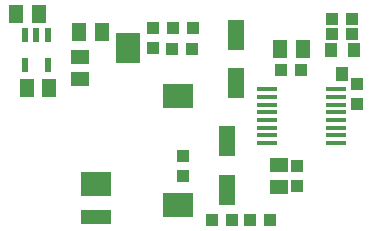
<source format=gbr>
G04 EAGLE Gerber RS-274X export*
G75*
%MOMM*%
%FSLAX34Y34*%
%LPD*%
%INSolderpaste Top*%
%IPPOS*%
%AMOC8*
5,1,8,0,0,1.08239X$1,22.5*%
G01*
%ADD10R,1.750000X0.400000*%
%ADD11R,1.000000X1.075000*%
%ADD12R,1.075000X1.000000*%
%ADD13R,0.550000X1.200000*%
%ADD14R,1.240000X1.500000*%
%ADD15R,2.500000X2.000000*%
%ADD16R,2.000000X2.500000*%
%ADD17R,2.500000X1.200000*%
%ADD18R,1.400000X2.600000*%
%ADD19R,1.500000X1.240000*%
%ADD20R,1.500000X1.300000*%
%ADD21R,1.300000X1.500000*%
%ADD22R,1.000000X1.200000*%


D10*
X285740Y77580D03*
X285740Y84080D03*
X285740Y90580D03*
X285740Y97080D03*
X285740Y103580D03*
X285740Y110080D03*
X285740Y116580D03*
X285740Y123080D03*
X227340Y123080D03*
X227340Y116580D03*
X227340Y110080D03*
X227340Y103580D03*
X227340Y97080D03*
X227340Y90580D03*
X227340Y84080D03*
X227340Y77580D03*
D11*
X252730Y58030D03*
X252730Y41030D03*
D12*
X282330Y182880D03*
X299330Y182880D03*
D11*
X130810Y157870D03*
X130810Y174870D03*
X156210Y49920D03*
X156210Y66920D03*
D12*
X147710Y175260D03*
X164710Y175260D03*
X163440Y157480D03*
X146440Y157480D03*
X229480Y12700D03*
X212480Y12700D03*
X197730Y12700D03*
X180730Y12700D03*
X239150Y139700D03*
X256150Y139700D03*
D13*
X41250Y169211D03*
X31750Y169211D03*
X22250Y169211D03*
X22250Y143209D03*
X41250Y143209D03*
D14*
X14630Y186690D03*
X33630Y186690D03*
D15*
X151840Y25000D03*
X151840Y117000D03*
D16*
X109340Y158000D03*
D15*
X81840Y43000D03*
D17*
X81840Y15000D03*
D18*
X200660Y169090D03*
X200660Y128090D03*
X193040Y37920D03*
X193040Y78920D03*
D19*
X237490Y59030D03*
X237490Y40030D03*
D14*
X42520Y124460D03*
X23520Y124460D03*
X238150Y157480D03*
X257150Y157480D03*
D20*
X68580Y131470D03*
X68580Y150470D03*
D21*
X86970Y171450D03*
X67970Y171450D03*
D11*
X303530Y110880D03*
X303530Y127880D03*
D22*
X290830Y136050D03*
X281330Y156050D03*
X300330Y156050D03*
D12*
X299330Y170180D03*
X282330Y170180D03*
M02*

</source>
